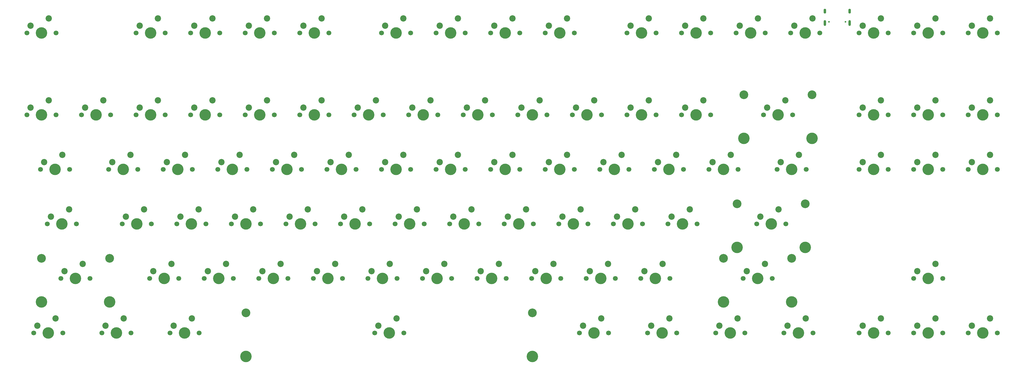
<source format=gbr>
%TF.GenerationSoftware,KiCad,Pcbnew,(5.1.9)-1*%
%TF.CreationDate,2021-03-16T22:25:33-04:00*%
%TF.ProjectId,10Keyless,31304b65-796c-4657-9373-2e6b69636164,rev?*%
%TF.SameCoordinates,Original*%
%TF.FileFunction,Soldermask,Top*%
%TF.FilePolarity,Negative*%
%FSLAX46Y46*%
G04 Gerber Fmt 4.6, Leading zero omitted, Abs format (unit mm)*
G04 Created by KiCad (PCBNEW (5.1.9)-1) date 2021-03-16 22:25:33*
%MOMM*%
%LPD*%
G01*
G04 APERTURE LIST*
%ADD10C,2.200000*%
%ADD11C,4.000000*%
%ADD12C,1.700000*%
%ADD13C,3.050000*%
%ADD14O,0.900000X2.000000*%
%ADD15O,0.900000X1.700000*%
%ADD16C,0.600000*%
G04 APERTURE END LIST*
D10*
%TO.C,K70*%
X297320000Y-125087000D03*
X290970000Y-127627000D03*
D11*
X294780000Y-130167000D03*
D12*
X289700000Y-130167000D03*
X299860000Y-130167000D03*
D11*
X306680000Y-138407000D03*
X282880000Y-138407000D03*
D13*
X282880000Y-123167000D03*
X306680000Y-123167000D03*
%TD*%
D10*
%TO.C,K69*%
X290177000Y-182233000D03*
X283827000Y-184773000D03*
D11*
X287637000Y-187313000D03*
D12*
X282557000Y-187313000D03*
X292717000Y-187313000D03*
D11*
X299537000Y-195553000D03*
X275737000Y-195553000D03*
D13*
X275737000Y-180313000D03*
X299537000Y-180313000D03*
%TD*%
D10*
%TO.C,K36*%
X161598000Y-201282000D03*
X155248000Y-203822000D03*
D11*
X159058000Y-206362000D03*
D12*
X153978000Y-206362000D03*
X164138000Y-206362000D03*
D11*
X209058000Y-214602000D03*
X109058000Y-214602000D03*
D13*
X109058000Y-199362000D03*
X209058000Y-199362000D03*
%TD*%
D10*
%TO.C,K3*%
X42545000Y-201282000D03*
X36195000Y-203822000D03*
D11*
X40005000Y-206362000D03*
D12*
X34925000Y-206362000D03*
X45085000Y-206362000D03*
%TD*%
D10*
%TO.C,K8*%
X66353800Y-201282000D03*
X60003800Y-203822000D03*
D11*
X63813800Y-206362000D03*
D12*
X58733800Y-206362000D03*
X68893800Y-206362000D03*
%TD*%
D10*
%TO.C,K15*%
X90164800Y-201282000D03*
X83814800Y-203822000D03*
D11*
X87624800Y-206362000D03*
D12*
X82544800Y-206362000D03*
X92704800Y-206362000D03*
%TD*%
D10*
%TO.C,K54*%
X233031000Y-201282000D03*
X226681000Y-203822000D03*
D11*
X230491000Y-206362000D03*
D12*
X225411000Y-206362000D03*
X235571000Y-206362000D03*
%TD*%
D10*
%TO.C,K61*%
X256842000Y-201282000D03*
X250492000Y-203822000D03*
D11*
X254302000Y-206362000D03*
D12*
X249222000Y-206362000D03*
X259382000Y-206362000D03*
%TD*%
D10*
%TO.C,K67*%
X280653000Y-201282000D03*
X274303000Y-203822000D03*
D11*
X278113000Y-206362000D03*
D12*
X273033000Y-206362000D03*
X283193000Y-206362000D03*
%TD*%
D10*
%TO.C,K73*%
X304464000Y-201282000D03*
X298114000Y-203822000D03*
D11*
X301924000Y-206362000D03*
D12*
X296844000Y-206362000D03*
X307004000Y-206362000D03*
%TD*%
D10*
%TO.C,K6*%
X52067200Y-182233000D03*
X45717200Y-184773000D03*
D11*
X49527200Y-187313000D03*
D12*
X44447200Y-187313000D03*
X54607200Y-187313000D03*
D11*
X61427200Y-195553000D03*
X37627200Y-195553000D03*
D13*
X37627200Y-180313000D03*
X61427200Y-180313000D03*
%TD*%
D10*
%TO.C,K71*%
X294939000Y-163184000D03*
X288589000Y-165724000D03*
D11*
X292399000Y-168264000D03*
D12*
X287319000Y-168264000D03*
X297479000Y-168264000D03*
D11*
X304299000Y-176504000D03*
X280499000Y-176504000D03*
D13*
X280499000Y-161264000D03*
X304299000Y-161264000D03*
%TD*%
D10*
%TO.C,K5*%
X47305000Y-163184000D03*
X40955000Y-165724000D03*
D11*
X44765000Y-168264000D03*
D12*
X39685000Y-168264000D03*
X49845000Y-168264000D03*
%TD*%
D10*
%TO.C,K4*%
X44923900Y-144136000D03*
X38573900Y-146676000D03*
D11*
X42383900Y-149216000D03*
D12*
X37303900Y-149216000D03*
X47463900Y-149216000D03*
%TD*%
D10*
%TO.C,K72*%
X302083000Y-144136000D03*
X295733000Y-146676000D03*
D11*
X299543000Y-149216000D03*
D12*
X294463000Y-149216000D03*
X304623000Y-149216000D03*
%TD*%
D10*
%TO.C,K74*%
X306854000Y-96511800D03*
X300504000Y-99051800D03*
D11*
X304314000Y-101591800D03*
D12*
X299234000Y-101591800D03*
X309394000Y-101591800D03*
%TD*%
D10*
%TO.C,K1*%
X40161700Y-96511800D03*
X33811700Y-99051800D03*
D11*
X37621700Y-101591800D03*
D12*
X32541700Y-101591800D03*
X42701700Y-101591800D03*
%TD*%
D10*
%TO.C,K2*%
X40161700Y-125087000D03*
X33811700Y-127627000D03*
D11*
X37621700Y-130167000D03*
D12*
X32541700Y-130167000D03*
X42701700Y-130167000D03*
%TD*%
D10*
%TO.C,K7*%
X59210500Y-125087000D03*
X52860500Y-127627000D03*
D11*
X56670500Y-130167000D03*
D12*
X51590500Y-130167000D03*
X61750500Y-130167000D03*
%TD*%
D10*
%TO.C,K9*%
X68734900Y-144136000D03*
X62384900Y-146676000D03*
D11*
X66194900Y-149216000D03*
D12*
X61114900Y-149216000D03*
X71274900Y-149216000D03*
%TD*%
D10*
%TO.C,K10*%
X73497100Y-163184000D03*
X67147100Y-165724000D03*
D11*
X70957100Y-168264000D03*
D12*
X65877100Y-168264000D03*
X76037100Y-168264000D03*
%TD*%
D10*
%TO.C,K11*%
X78261700Y-96511800D03*
X71911700Y-99051800D03*
D11*
X75721700Y-101591800D03*
D12*
X70641700Y-101591800D03*
X80801700Y-101591800D03*
%TD*%
D10*
%TO.C,K12*%
X78259300Y-125087000D03*
X71909300Y-127627000D03*
D11*
X75719300Y-130167000D03*
D12*
X70639300Y-130167000D03*
X80799300Y-130167000D03*
%TD*%
D10*
%TO.C,K13*%
X83021500Y-182233000D03*
X76671500Y-184773000D03*
D11*
X80481500Y-187313000D03*
D12*
X75401500Y-187313000D03*
X85561500Y-187313000D03*
%TD*%
D10*
%TO.C,K14*%
X87783700Y-144136000D03*
X81433700Y-146676000D03*
D11*
X85243700Y-149216000D03*
D12*
X80163700Y-149216000D03*
X90323700Y-149216000D03*
%TD*%
D10*
%TO.C,K16*%
X92545900Y-163184000D03*
X86195900Y-165724000D03*
D11*
X90005900Y-168264000D03*
D12*
X84925900Y-168264000D03*
X95085900Y-168264000D03*
%TD*%
D10*
%TO.C,K17*%
X97308100Y-96511800D03*
X90958100Y-99051800D03*
D11*
X94768100Y-101591800D03*
D12*
X89688100Y-101591800D03*
X99848100Y-101591800D03*
%TD*%
D10*
%TO.C,K18*%
X97308100Y-125087000D03*
X90958100Y-127627000D03*
D11*
X94768100Y-130167000D03*
D12*
X89688100Y-130167000D03*
X99848100Y-130167000D03*
%TD*%
D10*
%TO.C,K19*%
X102070000Y-182233000D03*
X95720000Y-184773000D03*
D11*
X99530000Y-187313000D03*
D12*
X94450000Y-187313000D03*
X104610000Y-187313000D03*
%TD*%
D10*
%TO.C,K20*%
X106832000Y-144136000D03*
X100482000Y-146676000D03*
D11*
X104292000Y-149216000D03*
D12*
X99212000Y-149216000D03*
X109372000Y-149216000D03*
%TD*%
D10*
%TO.C,K21*%
X111595000Y-163184000D03*
X105245000Y-165724000D03*
D11*
X109055000Y-168264000D03*
D12*
X103975000Y-168264000D03*
X114135000Y-168264000D03*
%TD*%
D10*
%TO.C,K22*%
X116357000Y-96511800D03*
X110007000Y-99051800D03*
D11*
X113817000Y-101591800D03*
D12*
X108737000Y-101591800D03*
X118897000Y-101591800D03*
%TD*%
D10*
%TO.C,K23*%
X116357000Y-125087000D03*
X110007000Y-127627000D03*
D11*
X113817000Y-130167000D03*
D12*
X108737000Y-130167000D03*
X118897000Y-130167000D03*
%TD*%
D10*
%TO.C,K24*%
X121119000Y-182233000D03*
X114769000Y-184773000D03*
D11*
X118579000Y-187313000D03*
D12*
X113499000Y-187313000D03*
X123659000Y-187313000D03*
%TD*%
D10*
%TO.C,K25*%
X125881000Y-144136000D03*
X119531000Y-146676000D03*
D11*
X123341000Y-149216000D03*
D12*
X118261000Y-149216000D03*
X128421000Y-149216000D03*
%TD*%
D10*
%TO.C,K26*%
X130644000Y-163184000D03*
X124294000Y-165724000D03*
D11*
X128104000Y-168264000D03*
D12*
X123024000Y-168264000D03*
X133184000Y-168264000D03*
%TD*%
D10*
%TO.C,K27*%
X135406000Y-96511800D03*
X129056000Y-99051800D03*
D11*
X132866000Y-101591800D03*
D12*
X127786000Y-101591800D03*
X137946000Y-101591800D03*
%TD*%
D10*
%TO.C,K28*%
X135406000Y-125087000D03*
X129056000Y-127627000D03*
D11*
X132866000Y-130167000D03*
D12*
X127786000Y-130167000D03*
X137946000Y-130167000D03*
%TD*%
D10*
%TO.C,K29*%
X140168000Y-182233000D03*
X133818000Y-184773000D03*
D11*
X137628000Y-187313000D03*
D12*
X132548000Y-187313000D03*
X142708000Y-187313000D03*
%TD*%
D10*
%TO.C,K30*%
X144930000Y-144136000D03*
X138580000Y-146676000D03*
D11*
X142390000Y-149216000D03*
D12*
X137310000Y-149216000D03*
X147470000Y-149216000D03*
%TD*%
D10*
%TO.C,K31*%
X149692000Y-163184000D03*
X143342000Y-165724000D03*
D11*
X147152000Y-168264000D03*
D12*
X142072000Y-168264000D03*
X152232000Y-168264000D03*
%TD*%
D10*
%TO.C,K32*%
X154454000Y-125087000D03*
X148104000Y-127627000D03*
D11*
X151914000Y-130167000D03*
D12*
X146834000Y-130167000D03*
X156994000Y-130167000D03*
%TD*%
D10*
%TO.C,K33*%
X159217000Y-182233000D03*
X152867000Y-184773000D03*
D11*
X156677000Y-187313000D03*
D12*
X151597000Y-187313000D03*
X161757000Y-187313000D03*
%TD*%
D10*
%TO.C,K34*%
X163980000Y-96511800D03*
X157630000Y-99051800D03*
D11*
X161440000Y-101591800D03*
D12*
X156360000Y-101591800D03*
X166520000Y-101591800D03*
%TD*%
D10*
%TO.C,K35*%
X163979000Y-144136000D03*
X157629000Y-146676000D03*
D11*
X161439000Y-149216000D03*
D12*
X156359000Y-149216000D03*
X166519000Y-149216000D03*
%TD*%
D10*
%TO.C,K37*%
X168741000Y-163184000D03*
X162391000Y-165724000D03*
D11*
X166201000Y-168264000D03*
D12*
X161121000Y-168264000D03*
X171281000Y-168264000D03*
%TD*%
D10*
%TO.C,K38*%
X173503000Y-125087000D03*
X167153000Y-127627000D03*
D11*
X170963000Y-130167000D03*
D12*
X165883000Y-130167000D03*
X176043000Y-130167000D03*
%TD*%
D10*
%TO.C,K39*%
X178266000Y-182233000D03*
X171916000Y-184773000D03*
D11*
X175726000Y-187313000D03*
D12*
X170646000Y-187313000D03*
X180806000Y-187313000D03*
%TD*%
D10*
%TO.C,K40*%
X183030000Y-96511800D03*
X176680000Y-99051800D03*
D11*
X180490000Y-101591800D03*
D12*
X175410000Y-101591800D03*
X185570000Y-101591800D03*
%TD*%
D10*
%TO.C,K41*%
X183028000Y-144136000D03*
X176678000Y-146676000D03*
D11*
X180488000Y-149216000D03*
D12*
X175408000Y-149216000D03*
X185568000Y-149216000D03*
%TD*%
D10*
%TO.C,K42*%
X187790000Y-163184000D03*
X181440000Y-165724000D03*
D11*
X185250000Y-168264000D03*
D12*
X180170000Y-168264000D03*
X190330000Y-168264000D03*
%TD*%
D10*
%TO.C,K43*%
X192552000Y-125087000D03*
X186202000Y-127627000D03*
D11*
X190012000Y-130167000D03*
D12*
X184932000Y-130167000D03*
X195092000Y-130167000D03*
%TD*%
D10*
%TO.C,K44*%
X197314000Y-182233000D03*
X190964000Y-184773000D03*
D11*
X194774000Y-187313000D03*
D12*
X189694000Y-187313000D03*
X199854000Y-187313000D03*
%TD*%
D10*
%TO.C,K45*%
X202080000Y-96511800D03*
X195730000Y-99051800D03*
D11*
X199540000Y-101591800D03*
D12*
X194460000Y-101591800D03*
X204620000Y-101591800D03*
%TD*%
D10*
%TO.C,K46*%
X202076000Y-144136000D03*
X195726000Y-146676000D03*
D11*
X199536000Y-149216000D03*
D12*
X194456000Y-149216000D03*
X204616000Y-149216000D03*
%TD*%
D10*
%TO.C,K47*%
X206839000Y-163184000D03*
X200489000Y-165724000D03*
D11*
X204299000Y-168264000D03*
D12*
X199219000Y-168264000D03*
X209379000Y-168264000D03*
%TD*%
D10*
%TO.C,K48*%
X211601000Y-125087000D03*
X205251000Y-127627000D03*
D11*
X209061000Y-130167000D03*
D12*
X203981000Y-130167000D03*
X214141000Y-130167000D03*
%TD*%
D10*
%TO.C,K49*%
X216363000Y-182233000D03*
X210013000Y-184773000D03*
D11*
X213823000Y-187313000D03*
D12*
X208743000Y-187313000D03*
X218903000Y-187313000D03*
%TD*%
D10*
%TO.C,K50*%
X221130000Y-96511800D03*
X214780000Y-99051800D03*
D11*
X218590000Y-101591800D03*
D12*
X213510000Y-101591800D03*
X223670000Y-101591800D03*
%TD*%
D10*
%TO.C,K51*%
X221125000Y-144136000D03*
X214775000Y-146676000D03*
D11*
X218585000Y-149216000D03*
D12*
X213505000Y-149216000D03*
X223665000Y-149216000D03*
%TD*%
D10*
%TO.C,K52*%
X225888000Y-163184000D03*
X219538000Y-165724000D03*
D11*
X223348000Y-168264000D03*
D12*
X218268000Y-168264000D03*
X228428000Y-168264000D03*
%TD*%
D10*
%TO.C,K53*%
X230650000Y-125087000D03*
X224300000Y-127627000D03*
D11*
X228110000Y-130167000D03*
D12*
X223030000Y-130167000D03*
X233190000Y-130167000D03*
%TD*%
D10*
%TO.C,K55*%
X235412000Y-182233000D03*
X229062000Y-184773000D03*
D11*
X232872000Y-187313000D03*
D12*
X227792000Y-187313000D03*
X237952000Y-187313000D03*
%TD*%
D10*
%TO.C,K56*%
X240174000Y-144136000D03*
X233824000Y-146676000D03*
D11*
X237634000Y-149216000D03*
D12*
X232554000Y-149216000D03*
X242714000Y-149216000D03*
%TD*%
D10*
%TO.C,K57*%
X244936000Y-163184000D03*
X238586000Y-165724000D03*
D11*
X242396000Y-168264000D03*
D12*
X237316000Y-168264000D03*
X247476000Y-168264000D03*
%TD*%
D10*
%TO.C,K58*%
X249704000Y-96511800D03*
X243354000Y-99051800D03*
D11*
X247164000Y-101591800D03*
D12*
X242084000Y-101591800D03*
X252244000Y-101591800D03*
%TD*%
D10*
%TO.C,K59*%
X249698000Y-125087000D03*
X243348000Y-127627000D03*
D11*
X247158000Y-130167000D03*
D12*
X242078000Y-130167000D03*
X252238000Y-130167000D03*
%TD*%
D10*
%TO.C,K60*%
X254461000Y-182233000D03*
X248111000Y-184773000D03*
D11*
X251921000Y-187313000D03*
D12*
X246841000Y-187313000D03*
X257001000Y-187313000D03*
%TD*%
D10*
%TO.C,K62*%
X259223000Y-144136000D03*
X252873000Y-146676000D03*
D11*
X256683000Y-149216000D03*
D12*
X251603000Y-149216000D03*
X261763000Y-149216000D03*
%TD*%
D10*
%TO.C,K63*%
X263985000Y-163184000D03*
X257635000Y-165724000D03*
D11*
X261445000Y-168264000D03*
D12*
X256365000Y-168264000D03*
X266525000Y-168264000D03*
%TD*%
D10*
%TO.C,K64*%
X268754000Y-96511800D03*
X262404000Y-99051800D03*
D11*
X266214000Y-101591800D03*
D12*
X261134000Y-101591800D03*
X271294000Y-101591800D03*
%TD*%
D10*
%TO.C,K65*%
X268747000Y-125087000D03*
X262397000Y-127627000D03*
D11*
X266207000Y-130167000D03*
D12*
X261127000Y-130167000D03*
X271287000Y-130167000D03*
%TD*%
D10*
%TO.C,K66*%
X278272000Y-144136000D03*
X271922000Y-146676000D03*
D11*
X275732000Y-149216000D03*
D12*
X270652000Y-149216000D03*
X280812000Y-149216000D03*
%TD*%
D10*
%TO.C,K68*%
X287804000Y-96511800D03*
X281454000Y-99051800D03*
D11*
X285264000Y-101591800D03*
D12*
X280184000Y-101591800D03*
X290344000Y-101591800D03*
%TD*%
D10*
%TO.C,K75*%
X330667000Y-96511800D03*
X324317000Y-99051800D03*
D11*
X328127000Y-101591800D03*
D12*
X323047000Y-101591800D03*
X333207000Y-101591800D03*
%TD*%
D10*
%TO.C,K76*%
X330667000Y-125087000D03*
X324317000Y-127627000D03*
D11*
X328127000Y-130167000D03*
D12*
X323047000Y-130167000D03*
X333207000Y-130167000D03*
%TD*%
D10*
%TO.C,K77*%
X330667000Y-144136000D03*
X324317000Y-146676000D03*
D11*
X328127000Y-149216000D03*
D12*
X323047000Y-149216000D03*
X333207000Y-149216000D03*
%TD*%
D10*
%TO.C,K78*%
X330667000Y-201282000D03*
X324317000Y-203822000D03*
D11*
X328127000Y-206362000D03*
D12*
X323047000Y-206362000D03*
X333207000Y-206362000D03*
%TD*%
D10*
%TO.C,K79*%
X349717000Y-96511800D03*
X343367000Y-99051800D03*
D11*
X347177000Y-101591800D03*
D12*
X342097000Y-101591800D03*
X352257000Y-101591800D03*
%TD*%
D10*
%TO.C,K80*%
X349717000Y-125087000D03*
X343367000Y-127627000D03*
D11*
X347177000Y-130167000D03*
D12*
X342097000Y-130167000D03*
X352257000Y-130167000D03*
%TD*%
D10*
%TO.C,K81*%
X349717000Y-144136000D03*
X343367000Y-146676000D03*
D11*
X347177000Y-149216000D03*
D12*
X342097000Y-149216000D03*
X352257000Y-149216000D03*
%TD*%
D10*
%TO.C,K82*%
X349717000Y-182233000D03*
X343367000Y-184773000D03*
D11*
X347177000Y-187313000D03*
D12*
X342097000Y-187313000D03*
X352257000Y-187313000D03*
%TD*%
D10*
%TO.C,K83*%
X349717000Y-201282000D03*
X343367000Y-203822000D03*
D11*
X347177000Y-206362000D03*
D12*
X342097000Y-206362000D03*
X352257000Y-206362000D03*
%TD*%
D10*
%TO.C,K84*%
X368767000Y-96511800D03*
X362417000Y-99051800D03*
D11*
X366227000Y-101591800D03*
D12*
X361147000Y-101591800D03*
X371307000Y-101591800D03*
%TD*%
D10*
%TO.C,K85*%
X368767000Y-125087000D03*
X362417000Y-127627000D03*
D11*
X366227000Y-130167000D03*
D12*
X361147000Y-130167000D03*
X371307000Y-130167000D03*
%TD*%
D10*
%TO.C,K86*%
X368767000Y-144136000D03*
X362417000Y-146676000D03*
D11*
X366227000Y-149216000D03*
D12*
X361147000Y-149216000D03*
X371307000Y-149216000D03*
%TD*%
D10*
%TO.C,K87*%
X368767000Y-201282000D03*
X362417000Y-203822000D03*
D11*
X366227000Y-206362000D03*
D12*
X361147000Y-206362000D03*
X371307000Y-206362000D03*
%TD*%
D14*
%TO.C,J1*%
X311150000Y-98150000D03*
X319790000Y-98150000D03*
D15*
X311150000Y-93980000D03*
X319790000Y-93980000D03*
D16*
X318360000Y-97670000D03*
X312580000Y-97670000D03*
%TD*%
M02*

</source>
